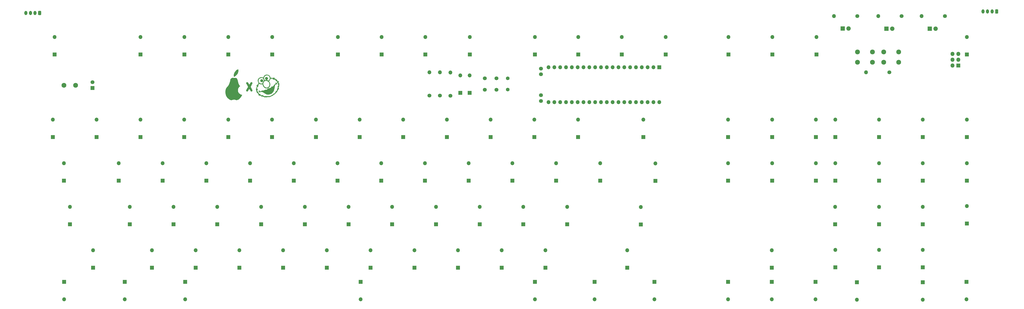
<source format=gts>
G04 #@! TF.GenerationSoftware,KiCad,Pcbnew,5.1.6-c6e7f7d~87~ubuntu18.04.1*
G04 #@! TF.CreationDate,2020-08-05T12:53:25+02:00*
G04 #@! TF.ProjectId,aek2_usb,61656b32-5f75-4736-922e-6b696361645f,rev?*
G04 #@! TF.SameCoordinates,Original*
G04 #@! TF.FileFunction,Soldermask,Top*
G04 #@! TF.FilePolarity,Negative*
%FSLAX46Y46*%
G04 Gerber Fmt 4.6, Leading zero omitted, Abs format (unit mm)*
G04 Created by KiCad (PCBNEW 5.1.6-c6e7f7d~87~ubuntu18.04.1) date 2020-08-05 12:53:25*
%MOMM*%
%LPD*%
G01*
G04 APERTURE LIST*
%ADD10C,0.010000*%
%ADD11O,1.700000X1.700000*%
%ADD12R,1.700000X1.700000*%
%ADD13O,1.300000X1.850000*%
%ADD14C,1.600000*%
%ADD15C,2.100000*%
%ADD16C,1.700000*%
%ADD17C,1.900000*%
%ADD18R,1.900000X1.900000*%
%ADD19O,1.800000X1.800000*%
%ADD20R,1.800000X1.800000*%
G04 APERTURE END LIST*
D10*
G04 #@! TO.C,G\u002A\u002A\u002A*
G36*
X182173993Y-144904901D02*
G01*
X182367148Y-144934722D01*
X182599499Y-144946632D01*
X182901356Y-144941139D01*
X183240350Y-144922841D01*
X183546820Y-144944701D01*
X183797466Y-145058254D01*
X183998562Y-145270918D01*
X184156386Y-145590108D01*
X184277214Y-146023240D01*
X184308771Y-146185335D01*
X184471218Y-146904999D01*
X184685557Y-147523379D01*
X184958590Y-148057920D01*
X185148938Y-148339657D01*
X185297322Y-148538984D01*
X185043377Y-148740112D01*
X184823797Y-148970055D01*
X184619078Y-149290333D01*
X184580841Y-149364950D01*
X184470481Y-149606000D01*
X184407350Y-149805432D01*
X184378817Y-150019743D01*
X184372250Y-150297994D01*
X184380202Y-150590235D01*
X184411237Y-150809254D01*
X184476119Y-151008231D01*
X184547647Y-151164488D01*
X184770781Y-151516958D01*
X185063744Y-151832429D01*
X185392750Y-152078993D01*
X185644038Y-152199929D01*
X185847768Y-152272567D01*
X186015821Y-152332987D01*
X186074148Y-152354237D01*
X186125761Y-152384755D01*
X186137836Y-152441396D01*
X186104663Y-152548665D01*
X186020535Y-152731070D01*
X185956079Y-152861105D01*
X185690252Y-153302977D01*
X185360591Y-153710565D01*
X184994451Y-154054824D01*
X184619187Y-154306706D01*
X184572028Y-154330726D01*
X184188323Y-154490791D01*
X183854157Y-154561390D01*
X183532742Y-154546206D01*
X183231450Y-154464883D01*
X182958063Y-154378426D01*
X182738745Y-154342090D01*
X182523371Y-154355626D01*
X182261818Y-154418786D01*
X182128217Y-154459399D01*
X181852909Y-154538528D01*
X181645258Y-154572306D01*
X181454739Y-154561874D01*
X181230824Y-154508372D01*
X181141623Y-154481652D01*
X180657191Y-154268942D01*
X180220690Y-153952804D01*
X179838503Y-153549820D01*
X179517011Y-153076573D01*
X179262596Y-152549647D01*
X179081640Y-151985623D01*
X178980526Y-151401084D01*
X178965635Y-150812614D01*
X179043349Y-150236795D01*
X179220051Y-149690210D01*
X179262056Y-149597899D01*
X179386912Y-149380005D01*
X179570168Y-149113594D01*
X179781608Y-148841127D01*
X179894664Y-148708899D01*
X180138866Y-148419943D01*
X180342100Y-148140691D01*
X180513464Y-147850185D01*
X180662055Y-147527466D01*
X180796972Y-147151575D01*
X180927313Y-146701553D01*
X181062176Y-146156442D01*
X181128612Y-145866324D01*
X181197377Y-145616735D01*
X181280697Y-145392819D01*
X181353188Y-145255027D01*
X181566312Y-145047816D01*
X181833341Y-144921967D01*
X182112671Y-144895228D01*
X182173993Y-144904901D01*
G37*
X182173993Y-144904901D02*
X182367148Y-144934722D01*
X182599499Y-144946632D01*
X182901356Y-144941139D01*
X183240350Y-144922841D01*
X183546820Y-144944701D01*
X183797466Y-145058254D01*
X183998562Y-145270918D01*
X184156386Y-145590108D01*
X184277214Y-146023240D01*
X184308771Y-146185335D01*
X184471218Y-146904999D01*
X184685557Y-147523379D01*
X184958590Y-148057920D01*
X185148938Y-148339657D01*
X185297322Y-148538984D01*
X185043377Y-148740112D01*
X184823797Y-148970055D01*
X184619078Y-149290333D01*
X184580841Y-149364950D01*
X184470481Y-149606000D01*
X184407350Y-149805432D01*
X184378817Y-150019743D01*
X184372250Y-150297994D01*
X184380202Y-150590235D01*
X184411237Y-150809254D01*
X184476119Y-151008231D01*
X184547647Y-151164488D01*
X184770781Y-151516958D01*
X185063744Y-151832429D01*
X185392750Y-152078993D01*
X185644038Y-152199929D01*
X185847768Y-152272567D01*
X186015821Y-152332987D01*
X186074148Y-152354237D01*
X186125761Y-152384755D01*
X186137836Y-152441396D01*
X186104663Y-152548665D01*
X186020535Y-152731070D01*
X185956079Y-152861105D01*
X185690252Y-153302977D01*
X185360591Y-153710565D01*
X184994451Y-154054824D01*
X184619187Y-154306706D01*
X184572028Y-154330726D01*
X184188323Y-154490791D01*
X183854157Y-154561390D01*
X183532742Y-154546206D01*
X183231450Y-154464883D01*
X182958063Y-154378426D01*
X182738745Y-154342090D01*
X182523371Y-154355626D01*
X182261818Y-154418786D01*
X182128217Y-154459399D01*
X181852909Y-154538528D01*
X181645258Y-154572306D01*
X181454739Y-154561874D01*
X181230824Y-154508372D01*
X181141623Y-154481652D01*
X180657191Y-154268942D01*
X180220690Y-153952804D01*
X179838503Y-153549820D01*
X179517011Y-153076573D01*
X179262596Y-152549647D01*
X179081640Y-151985623D01*
X178980526Y-151401084D01*
X178965635Y-150812614D01*
X179043349Y-150236795D01*
X179220051Y-149690210D01*
X179262056Y-149597899D01*
X179386912Y-149380005D01*
X179570168Y-149113594D01*
X179781608Y-148841127D01*
X179894664Y-148708899D01*
X180138866Y-148419943D01*
X180342100Y-148140691D01*
X180513464Y-147850185D01*
X180662055Y-147527466D01*
X180796972Y-147151575D01*
X180927313Y-146701553D01*
X181062176Y-146156442D01*
X181128612Y-145866324D01*
X181197377Y-145616735D01*
X181280697Y-145392819D01*
X181353188Y-145255027D01*
X181566312Y-145047816D01*
X181833341Y-144921967D01*
X182112671Y-144895228D01*
X182173993Y-144904901D01*
G36*
X184561726Y-141287231D02*
G01*
X184588961Y-141474133D01*
X184593527Y-141672849D01*
X184540175Y-142167983D01*
X184387582Y-142666371D01*
X184150953Y-143144656D01*
X183845492Y-143579484D01*
X183486403Y-143947497D01*
X183088889Y-144225340D01*
X182864161Y-144329450D01*
X182738014Y-144363954D01*
X182677907Y-144319893D01*
X182649866Y-144231448D01*
X182619804Y-143935748D01*
X182649786Y-143572402D01*
X182733004Y-143181743D01*
X182862652Y-142804107D01*
X182907746Y-142703244D01*
X183112527Y-142345936D01*
X183377160Y-141991930D01*
X183673991Y-141671753D01*
X183975363Y-141415930D01*
X184197033Y-141280101D01*
X184380315Y-141204630D01*
X184497029Y-141202202D01*
X184561726Y-141287231D01*
G37*
X184561726Y-141287231D02*
X184588961Y-141474133D01*
X184593527Y-141672849D01*
X184540175Y-142167983D01*
X184387582Y-142666371D01*
X184150953Y-143144656D01*
X183845492Y-143579484D01*
X183486403Y-143947497D01*
X183088889Y-144225340D01*
X182864161Y-144329450D01*
X182738014Y-144363954D01*
X182677907Y-144319893D01*
X182649866Y-144231448D01*
X182619804Y-143935748D01*
X182649786Y-143572402D01*
X182733004Y-143181743D01*
X182862652Y-142804107D01*
X182907746Y-142703244D01*
X183112527Y-142345936D01*
X183377160Y-141991930D01*
X183673991Y-141671753D01*
X183975363Y-141415930D01*
X184197033Y-141280101D01*
X184380315Y-141204630D01*
X184497029Y-141202202D01*
X184561726Y-141287231D01*
G36*
X188570406Y-146824282D02*
G01*
X188668915Y-146873625D01*
X188772084Y-146978775D01*
X188898310Y-147158477D01*
X189065778Y-147431125D01*
X189191055Y-147624839D01*
X189300696Y-147765951D01*
X189372878Y-147826721D01*
X189377472Y-147827312D01*
X189444205Y-147775682D01*
X189548568Y-147640685D01*
X189668479Y-147451040D01*
X189673550Y-147442264D01*
X189803229Y-147227842D01*
X189925607Y-147043535D01*
X190009399Y-146934952D01*
X190179630Y-146829277D01*
X190369191Y-146821445D01*
X190541377Y-146897603D01*
X190659485Y-147043892D01*
X190690500Y-147192075D01*
X190660496Y-147303257D01*
X190578793Y-147496840D01*
X190457855Y-147745625D01*
X190310145Y-148022412D01*
X190309500Y-148023569D01*
X190162562Y-148294870D01*
X190041933Y-148532128D01*
X189959845Y-148710247D01*
X189928527Y-148804133D01*
X189928500Y-148805362D01*
X189958084Y-148896412D01*
X190038702Y-149072505D01*
X190158153Y-149308543D01*
X190304235Y-149579431D01*
X190309059Y-149588117D01*
X190456582Y-149864680D01*
X190577539Y-150112697D01*
X190659506Y-150305181D01*
X190690056Y-150415144D01*
X190690059Y-150415625D01*
X190634927Y-150590162D01*
X190497933Y-150736269D01*
X190323290Y-150810216D01*
X190288818Y-150812500D01*
X190161565Y-150781889D01*
X190031377Y-150680438D01*
X189885340Y-150493712D01*
X189710543Y-150207281D01*
X189649672Y-150098125D01*
X189531198Y-149894544D01*
X189430488Y-149743334D01*
X189366077Y-149671831D01*
X189359034Y-149669500D01*
X189306793Y-149721708D01*
X189211671Y-149862001D01*
X189089562Y-150065883D01*
X189013370Y-150202272D01*
X188877090Y-150437646D01*
X188751521Y-150628728D01*
X188655223Y-150748412D01*
X188622034Y-150773772D01*
X188407197Y-150807873D01*
X188222597Y-150723128D01*
X188161568Y-150665532D01*
X188063433Y-150529172D01*
X188023500Y-150411629D01*
X188053316Y-150318542D01*
X188134894Y-150139674D01*
X188256424Y-149899187D01*
X188406098Y-149621243D01*
X188436250Y-149567075D01*
X188588566Y-149292920D01*
X188715527Y-149060685D01*
X188805644Y-148891663D01*
X188847432Y-148807148D01*
X188849000Y-148801948D01*
X188819970Y-148739333D01*
X188740432Y-148587034D01*
X188621717Y-148366300D01*
X188475153Y-148098375D01*
X188436250Y-148027887D01*
X188283278Y-147743493D01*
X188155951Y-147492092D01*
X188065917Y-147297788D01*
X188024822Y-147184687D01*
X188023500Y-147173667D01*
X188079333Y-147022329D01*
X188218005Y-146891718D01*
X188396275Y-146817815D01*
X188458158Y-146812000D01*
X188570406Y-146824282D01*
G37*
X188570406Y-146824282D02*
X188668915Y-146873625D01*
X188772084Y-146978775D01*
X188898310Y-147158477D01*
X189065778Y-147431125D01*
X189191055Y-147624839D01*
X189300696Y-147765951D01*
X189372878Y-147826721D01*
X189377472Y-147827312D01*
X189444205Y-147775682D01*
X189548568Y-147640685D01*
X189668479Y-147451040D01*
X189673550Y-147442264D01*
X189803229Y-147227842D01*
X189925607Y-147043535D01*
X190009399Y-146934952D01*
X190179630Y-146829277D01*
X190369191Y-146821445D01*
X190541377Y-146897603D01*
X190659485Y-147043892D01*
X190690500Y-147192075D01*
X190660496Y-147303257D01*
X190578793Y-147496840D01*
X190457855Y-147745625D01*
X190310145Y-148022412D01*
X190309500Y-148023569D01*
X190162562Y-148294870D01*
X190041933Y-148532128D01*
X189959845Y-148710247D01*
X189928527Y-148804133D01*
X189928500Y-148805362D01*
X189958084Y-148896412D01*
X190038702Y-149072505D01*
X190158153Y-149308543D01*
X190304235Y-149579431D01*
X190309059Y-149588117D01*
X190456582Y-149864680D01*
X190577539Y-150112697D01*
X190659506Y-150305181D01*
X190690056Y-150415144D01*
X190690059Y-150415625D01*
X190634927Y-150590162D01*
X190497933Y-150736269D01*
X190323290Y-150810216D01*
X190288818Y-150812500D01*
X190161565Y-150781889D01*
X190031377Y-150680438D01*
X189885340Y-150493712D01*
X189710543Y-150207281D01*
X189649672Y-150098125D01*
X189531198Y-149894544D01*
X189430488Y-149743334D01*
X189366077Y-149671831D01*
X189359034Y-149669500D01*
X189306793Y-149721708D01*
X189211671Y-149862001D01*
X189089562Y-150065883D01*
X189013370Y-150202272D01*
X188877090Y-150437646D01*
X188751521Y-150628728D01*
X188655223Y-150748412D01*
X188622034Y-150773772D01*
X188407197Y-150807873D01*
X188222597Y-150723128D01*
X188161568Y-150665532D01*
X188063433Y-150529172D01*
X188023500Y-150411629D01*
X188053316Y-150318542D01*
X188134894Y-150139674D01*
X188256424Y-149899187D01*
X188406098Y-149621243D01*
X188436250Y-149567075D01*
X188588566Y-149292920D01*
X188715527Y-149060685D01*
X188805644Y-148891663D01*
X188847432Y-148807148D01*
X188849000Y-148801948D01*
X188819970Y-148739333D01*
X188740432Y-148587034D01*
X188621717Y-148366300D01*
X188475153Y-148098375D01*
X188436250Y-148027887D01*
X188283278Y-147743493D01*
X188155951Y-147492092D01*
X188065917Y-147297788D01*
X188024822Y-147184687D01*
X188023500Y-147173667D01*
X188079333Y-147022329D01*
X188218005Y-146891718D01*
X188396275Y-146817815D01*
X188458158Y-146812000D01*
X188570406Y-146824282D01*
G36*
X201032864Y-146968167D02*
G01*
X201151502Y-147051809D01*
X201277192Y-147207265D01*
X201385599Y-147393220D01*
X201452387Y-147568354D01*
X201455588Y-147685908D01*
X201417276Y-147746475D01*
X201359420Y-147725055D01*
X201258595Y-147618084D01*
X201161212Y-147522959D01*
X201107915Y-147504868D01*
X201104500Y-147517057D01*
X201060704Y-147597765D01*
X200946769Y-147730304D01*
X200812356Y-147862414D01*
X200520213Y-148130630D01*
X200372463Y-149019048D01*
X200293991Y-149477994D01*
X200226491Y-149835144D01*
X200163477Y-150114495D01*
X200098460Y-150340045D01*
X200024953Y-150535791D01*
X199936467Y-150725730D01*
X199883262Y-150828508D01*
X199576983Y-151275499D01*
X199183293Y-151637150D01*
X198715609Y-151905341D01*
X198187350Y-152071951D01*
X197739000Y-152126288D01*
X197414744Y-152130480D01*
X197165403Y-152107466D01*
X196940680Y-152051257D01*
X196854042Y-152020976D01*
X196671558Y-151940407D01*
X196412674Y-151808942D01*
X196108566Y-151643184D01*
X195790409Y-151459734D01*
X195711042Y-151412277D01*
X195382940Y-151218030D01*
X195142510Y-151085443D01*
X194971453Y-151006187D01*
X194851467Y-150971931D01*
X194764252Y-150974346D01*
X194754500Y-150976881D01*
X194601969Y-151003478D01*
X194381680Y-151022735D01*
X194230595Y-151028543D01*
X194002432Y-151043318D01*
X193886693Y-151080003D01*
X193865470Y-151118781D01*
X193815535Y-151179223D01*
X193754375Y-151181413D01*
X193662081Y-151107779D01*
X193579315Y-150952041D01*
X193521952Y-150758939D01*
X193505867Y-150573210D01*
X193515331Y-150507800D01*
X193584127Y-150400861D01*
X193680779Y-150383620D01*
X193755940Y-150452239D01*
X193770250Y-150527619D01*
X193827877Y-150667363D01*
X193979916Y-150768354D01*
X194195103Y-150810127D01*
X194202028Y-150810249D01*
X194433678Y-150766426D01*
X194705738Y-150641619D01*
X194937688Y-150486021D01*
X195093505Y-150386545D01*
X195177035Y-150384982D01*
X195183978Y-150481172D01*
X195180600Y-150495000D01*
X195183868Y-150598994D01*
X195263187Y-150613453D01*
X195405797Y-150539627D01*
X195504919Y-150463250D01*
X195666837Y-150347442D01*
X195777848Y-150307808D01*
X195820852Y-150347427D01*
X195807590Y-150408731D01*
X195791058Y-150477354D01*
X195843806Y-150455527D01*
X195880171Y-150429226D01*
X196002955Y-150320815D01*
X196132166Y-150185413D01*
X196237891Y-150080887D01*
X196326294Y-150064927D01*
X196434810Y-150112694D01*
X196592676Y-150154887D01*
X196776736Y-150115948D01*
X197003954Y-149989112D01*
X197283167Y-149774423D01*
X197484053Y-149632185D01*
X197692671Y-149523427D01*
X197791167Y-149489849D01*
X198147809Y-149404088D01*
X198405742Y-149336943D01*
X198590414Y-149280307D01*
X198727272Y-149226077D01*
X198841765Y-149166146D01*
X198880202Y-149142979D01*
X199011294Y-149053012D01*
X199038490Y-149003538D01*
X198989500Y-148982396D01*
X198887438Y-148932237D01*
X198885930Y-148858744D01*
X198967725Y-148786034D01*
X199115574Y-148738221D01*
X199168278Y-148732460D01*
X199473276Y-148706720D01*
X199668299Y-148672975D01*
X199770339Y-148625942D01*
X199796392Y-148560338D01*
X199792515Y-148538417D01*
X199812624Y-148440674D01*
X199937985Y-148345257D01*
X199998694Y-148314442D01*
X200144994Y-148231155D01*
X200183396Y-148165954D01*
X200161294Y-148129394D01*
X200102696Y-148051959D01*
X200114431Y-147983251D01*
X200211518Y-147902392D01*
X200404926Y-147790705D01*
X200674328Y-147614361D01*
X200834650Y-147441107D01*
X200879602Y-147279100D01*
X200856818Y-147204806D01*
X200827454Y-147062031D01*
X200892505Y-146971767D01*
X201027734Y-146966591D01*
X201032864Y-146968167D01*
G37*
X201032864Y-146968167D02*
X201151502Y-147051809D01*
X201277192Y-147207265D01*
X201385599Y-147393220D01*
X201452387Y-147568354D01*
X201455588Y-147685908D01*
X201417276Y-147746475D01*
X201359420Y-147725055D01*
X201258595Y-147618084D01*
X201161212Y-147522959D01*
X201107915Y-147504868D01*
X201104500Y-147517057D01*
X201060704Y-147597765D01*
X200946769Y-147730304D01*
X200812356Y-147862414D01*
X200520213Y-148130630D01*
X200372463Y-149019048D01*
X200293991Y-149477994D01*
X200226491Y-149835144D01*
X200163477Y-150114495D01*
X200098460Y-150340045D01*
X200024953Y-150535791D01*
X199936467Y-150725730D01*
X199883262Y-150828508D01*
X199576983Y-151275499D01*
X199183293Y-151637150D01*
X198715609Y-151905341D01*
X198187350Y-152071951D01*
X197739000Y-152126288D01*
X197414744Y-152130480D01*
X197165403Y-152107466D01*
X196940680Y-152051257D01*
X196854042Y-152020976D01*
X196671558Y-151940407D01*
X196412674Y-151808942D01*
X196108566Y-151643184D01*
X195790409Y-151459734D01*
X195711042Y-151412277D01*
X195382940Y-151218030D01*
X195142510Y-151085443D01*
X194971453Y-151006187D01*
X194851467Y-150971931D01*
X194764252Y-150974346D01*
X194754500Y-150976881D01*
X194601969Y-151003478D01*
X194381680Y-151022735D01*
X194230595Y-151028543D01*
X194002432Y-151043318D01*
X193886693Y-151080003D01*
X193865470Y-151118781D01*
X193815535Y-151179223D01*
X193754375Y-151181413D01*
X193662081Y-151107779D01*
X193579315Y-150952041D01*
X193521952Y-150758939D01*
X193505867Y-150573210D01*
X193515331Y-150507800D01*
X193584127Y-150400861D01*
X193680779Y-150383620D01*
X193755940Y-150452239D01*
X193770250Y-150527619D01*
X193827877Y-150667363D01*
X193979916Y-150768354D01*
X194195103Y-150810127D01*
X194202028Y-150810249D01*
X194433678Y-150766426D01*
X194705738Y-150641619D01*
X194937688Y-150486021D01*
X195093505Y-150386545D01*
X195177035Y-150384982D01*
X195183978Y-150481172D01*
X195180600Y-150495000D01*
X195183868Y-150598994D01*
X195263187Y-150613453D01*
X195405797Y-150539627D01*
X195504919Y-150463250D01*
X195666837Y-150347442D01*
X195777848Y-150307808D01*
X195820852Y-150347427D01*
X195807590Y-150408731D01*
X195791058Y-150477354D01*
X195843806Y-150455527D01*
X195880171Y-150429226D01*
X196002955Y-150320815D01*
X196132166Y-150185413D01*
X196237891Y-150080887D01*
X196326294Y-150064927D01*
X196434810Y-150112694D01*
X196592676Y-150154887D01*
X196776736Y-150115948D01*
X197003954Y-149989112D01*
X197283167Y-149774423D01*
X197484053Y-149632185D01*
X197692671Y-149523427D01*
X197791167Y-149489849D01*
X198147809Y-149404088D01*
X198405742Y-149336943D01*
X198590414Y-149280307D01*
X198727272Y-149226077D01*
X198841765Y-149166146D01*
X198880202Y-149142979D01*
X199011294Y-149053012D01*
X199038490Y-149003538D01*
X198989500Y-148982396D01*
X198887438Y-148932237D01*
X198885930Y-148858744D01*
X198967725Y-148786034D01*
X199115574Y-148738221D01*
X199168278Y-148732460D01*
X199473276Y-148706720D01*
X199668299Y-148672975D01*
X199770339Y-148625942D01*
X199796392Y-148560338D01*
X199792515Y-148538417D01*
X199812624Y-148440674D01*
X199937985Y-148345257D01*
X199998694Y-148314442D01*
X200144994Y-148231155D01*
X200183396Y-148165954D01*
X200161294Y-148129394D01*
X200102696Y-148051959D01*
X200114431Y-147983251D01*
X200211518Y-147902392D01*
X200404926Y-147790705D01*
X200674328Y-147614361D01*
X200834650Y-147441107D01*
X200879602Y-147279100D01*
X200856818Y-147204806D01*
X200827454Y-147062031D01*
X200892505Y-146971767D01*
X201027734Y-146966591D01*
X201032864Y-146968167D01*
G36*
X197472122Y-143559165D02*
G01*
X197849292Y-143721437D01*
X198057908Y-143870179D01*
X198199817Y-144026545D01*
X198344552Y-144243787D01*
X198468383Y-144478816D01*
X198547579Y-144688544D01*
X198563879Y-144788934D01*
X198622448Y-144853461D01*
X198777965Y-144900083D01*
X199001451Y-144927370D01*
X199263929Y-144933890D01*
X199536420Y-144918211D01*
X199789944Y-144878900D01*
X199886276Y-144854267D01*
X200116255Y-144800885D01*
X200254376Y-144816787D01*
X200322247Y-144914216D01*
X200341479Y-145105412D01*
X200341527Y-145112165D01*
X200370753Y-145248745D01*
X200481064Y-145314241D01*
X200517125Y-145322944D01*
X200839792Y-145415212D01*
X201114593Y-145537770D01*
X201322478Y-145677652D01*
X201444396Y-145821892D01*
X201461298Y-145957525D01*
X201458996Y-145963974D01*
X201482928Y-146059751D01*
X201592806Y-146171610D01*
X201754986Y-146272900D01*
X201927677Y-146335239D01*
X202095202Y-146410396D01*
X202150144Y-146540126D01*
X202093755Y-146728569D01*
X202063278Y-146783868D01*
X201989729Y-146925396D01*
X201986942Y-146997810D01*
X202030442Y-147027455D01*
X202112699Y-147097478D01*
X202228740Y-147241033D01*
X202313723Y-147365700D01*
X202420673Y-147539232D01*
X202464549Y-147640811D01*
X202451273Y-147705105D01*
X202386766Y-147766786D01*
X202382782Y-147770033D01*
X202299005Y-147881769D01*
X202315763Y-147960533D01*
X202359222Y-148104323D01*
X202363771Y-148305683D01*
X202336371Y-148528755D01*
X202283981Y-148737681D01*
X202213561Y-148896603D01*
X202132069Y-148969662D01*
X202119647Y-148971000D01*
X202065591Y-149022050D01*
X202058715Y-149148381D01*
X202093420Y-149309761D01*
X202164102Y-149465957D01*
X202194680Y-149509905D01*
X202282626Y-149681616D01*
X202251929Y-149812554D01*
X202106935Y-149893611D01*
X202002971Y-149911648D01*
X201861538Y-149943133D01*
X201807825Y-150022597D01*
X201801605Y-150102148D01*
X201774347Y-150265459D01*
X201707627Y-150471429D01*
X201676814Y-150544624D01*
X201554061Y-150761755D01*
X201371349Y-151019156D01*
X201148646Y-151295056D01*
X200905921Y-151567684D01*
X200663141Y-151815270D01*
X200440275Y-152016044D01*
X200257291Y-152148235D01*
X200170668Y-152186707D01*
X200022717Y-152254905D01*
X199854261Y-152373988D01*
X199820390Y-152403541D01*
X199653436Y-152529347D01*
X199488768Y-152613844D01*
X199460253Y-152622567D01*
X199311145Y-152681605D01*
X199116150Y-152785911D01*
X199010245Y-152851891D01*
X198690927Y-153023590D01*
X198342244Y-153147005D01*
X198009140Y-153209021D01*
X197793437Y-153206937D01*
X197627919Y-153200053D01*
X197522437Y-153223932D01*
X197511044Y-153234731D01*
X197432910Y-153265451D01*
X197264766Y-153287019D01*
X197050657Y-153294652D01*
X196776108Y-153298863D01*
X196504245Y-153310502D01*
X196342000Y-153322678D01*
X195990613Y-153303435D01*
X195802250Y-153246042D01*
X195614013Y-153161065D01*
X195460443Y-153080247D01*
X195432506Y-153062740D01*
X195285650Y-153016668D01*
X195086432Y-153015770D01*
X195077716Y-153016886D01*
X194778519Y-152994566D01*
X194469377Y-152854476D01*
X194236025Y-152671794D01*
X194110291Y-152570418D01*
X193999719Y-152547490D01*
X193840391Y-152588308D01*
X193653373Y-152634665D01*
X193545630Y-152604190D01*
X193485586Y-152477391D01*
X193460472Y-152353782D01*
X193396778Y-152140050D01*
X193285811Y-151909706D01*
X193148244Y-151693594D01*
X193004753Y-151522559D01*
X192876014Y-151427444D01*
X192832910Y-151417559D01*
X192736535Y-151390048D01*
X192659189Y-151292217D01*
X192579760Y-151098250D01*
X192515731Y-150843515D01*
X192484476Y-150573764D01*
X192484510Y-150478325D01*
X192485104Y-150286314D01*
X192453926Y-150184510D01*
X192381617Y-150138289D01*
X192300577Y-150050962D01*
X192288052Y-149871430D01*
X192323519Y-149701250D01*
X192598323Y-149701250D01*
X192606444Y-149788737D01*
X192646635Y-149764659D01*
X192683894Y-149717125D01*
X192799920Y-149626437D01*
X192879582Y-149606000D01*
X192927655Y-149606539D01*
X192956936Y-149622011D01*
X192966581Y-149673193D01*
X192955744Y-149780865D01*
X192923579Y-149965806D01*
X192869240Y-150248795D01*
X192849219Y-150352140D01*
X192814880Y-150576783D01*
X192802842Y-150761675D01*
X192812709Y-150854012D01*
X192851632Y-150921067D01*
X192904057Y-150886923D01*
X192941305Y-150838221D01*
X193033680Y-150761433D01*
X193104671Y-150807823D01*
X193150527Y-150974800D01*
X193151735Y-150983575D01*
X193228623Y-151240875D01*
X193387036Y-151539617D01*
X193522537Y-151735147D01*
X193639198Y-151908796D01*
X193726504Y-152072698D01*
X193731350Y-152084397D01*
X193776837Y-152189241D01*
X193793892Y-152179769D01*
X193797974Y-152102122D01*
X193829733Y-151960692D01*
X193911664Y-151934843D01*
X194041034Y-152024702D01*
X194101155Y-152088182D01*
X194247729Y-152236885D01*
X194429704Y-152397907D01*
X194616833Y-152547343D01*
X194778864Y-152661284D01*
X194885549Y-152715823D01*
X194897425Y-152717500D01*
X194932957Y-152671308D01*
X194923818Y-152626892D01*
X194936800Y-152514773D01*
X194979011Y-152461623D01*
X195052314Y-152434240D01*
X195158375Y-152468560D01*
X195324361Y-152575004D01*
X195380515Y-152615654D01*
X195590497Y-152758855D01*
X195797365Y-152882587D01*
X195905904Y-152937188D01*
X196075442Y-153000140D01*
X196206937Y-153030685D01*
X196270851Y-153024121D01*
X196257884Y-152993217D01*
X196255258Y-152916481D01*
X196282827Y-152871035D01*
X196353766Y-152825993D01*
X196468515Y-152843776D01*
X196565950Y-152881052D01*
X196725956Y-152916882D01*
X196978763Y-152939113D01*
X197290963Y-152948305D01*
X197629146Y-152945016D01*
X197959906Y-152929805D01*
X198249834Y-152903232D01*
X198465522Y-152865855D01*
X198522708Y-152848317D01*
X198668341Y-152775506D01*
X198868863Y-152653807D01*
X199056812Y-152526394D01*
X199251672Y-152397741D01*
X199418823Y-152306536D01*
X199519687Y-152273000D01*
X199616853Y-152226654D01*
X199754583Y-152106888D01*
X199864113Y-151985710D01*
X200019670Y-151813964D01*
X200141657Y-151730756D01*
X200261109Y-151715284D01*
X200266808Y-151715835D01*
X200377432Y-151706777D01*
X200478428Y-151638106D01*
X200599471Y-151486713D01*
X200643729Y-151422303D01*
X200776162Y-151194565D01*
X200884191Y-150954328D01*
X200922971Y-150834928D01*
X200984889Y-150661127D01*
X201055942Y-150566569D01*
X201080288Y-150558500D01*
X201159836Y-150595325D01*
X201168000Y-150622000D01*
X201216751Y-150683142D01*
X201234740Y-150685500D01*
X201313266Y-150627429D01*
X201387241Y-150474685D01*
X201446491Y-150259472D01*
X201480840Y-150013991D01*
X201485500Y-149891796D01*
X201507457Y-149651147D01*
X201568407Y-149508622D01*
X201660968Y-149473969D01*
X201756468Y-149534068D01*
X201853873Y-149604856D01*
X201888710Y-149573610D01*
X201852974Y-149452977D01*
X201833295Y-149412687D01*
X201760681Y-149156198D01*
X201752290Y-148857062D01*
X201768501Y-148649877D01*
X201798813Y-148537549D01*
X201857396Y-148487935D01*
X201921382Y-148473507D01*
X202016309Y-148447077D01*
X202049231Y-148379120D01*
X202036048Y-148230934D01*
X202031896Y-148204506D01*
X201974952Y-147971290D01*
X201891111Y-147744766D01*
X201886258Y-147734421D01*
X201822505Y-147554722D01*
X201840323Y-147463176D01*
X201936224Y-147466132D01*
X202012262Y-147504971D01*
X202082360Y-147540245D01*
X202067730Y-147505063D01*
X201970165Y-147396056D01*
X201805388Y-147250075D01*
X201633227Y-147139313D01*
X201605040Y-147126409D01*
X201458357Y-147031088D01*
X201435927Y-146928554D01*
X201537394Y-146834335D01*
X201612500Y-146802484D01*
X201763431Y-146731167D01*
X201787845Y-146663590D01*
X201685955Y-146595244D01*
X201623457Y-146571334D01*
X201455018Y-146484719D01*
X201278960Y-146355046D01*
X201258332Y-146336480D01*
X201085570Y-146195514D01*
X200910699Y-146080547D01*
X200894075Y-146071632D01*
X200769473Y-145975493D01*
X200750938Y-145890555D01*
X200835341Y-145844285D01*
X200919902Y-145844739D01*
X201019705Y-145852815D01*
X201015954Y-145832484D01*
X200905036Y-145767046D01*
X200902833Y-145765803D01*
X200765834Y-145715796D01*
X200540753Y-145661978D01*
X200265912Y-145612845D01*
X200122828Y-145592821D01*
X199833470Y-145552377D01*
X199651243Y-145515458D01*
X199556619Y-145476286D01*
X199530070Y-145429081D01*
X199531287Y-145417758D01*
X199603033Y-145339338D01*
X199739792Y-145298988D01*
X199915767Y-145272320D01*
X199971923Y-145245671D01*
X199915431Y-145220952D01*
X199753458Y-145200075D01*
X199493173Y-145184949D01*
X199291116Y-145179398D01*
X198977000Y-145175333D01*
X198768570Y-145178804D01*
X198644597Y-145192695D01*
X198583855Y-145219886D01*
X198565113Y-145263262D01*
X198564500Y-145278055D01*
X198527604Y-145438603D01*
X198432881Y-145653585D01*
X198304273Y-145880266D01*
X198165723Y-146075906D01*
X198054380Y-146188607D01*
X197876748Y-146319937D01*
X198058293Y-146570553D01*
X198286551Y-146984773D01*
X198423885Y-147454116D01*
X198458454Y-147860126D01*
X198397278Y-148300545D01*
X198238024Y-148688971D01*
X197996256Y-149012846D01*
X197687536Y-149259613D01*
X197327428Y-149416715D01*
X196931494Y-149471592D01*
X196530307Y-149415939D01*
X196123703Y-149239272D01*
X195765846Y-148957493D01*
X195473281Y-148588341D01*
X195262552Y-148149553D01*
X195218441Y-148009419D01*
X195118456Y-147651088D01*
X194761853Y-147682671D01*
X194460541Y-147684716D01*
X194178484Y-147622536D01*
X194056000Y-147578369D01*
X194000809Y-147556895D01*
X195426840Y-147556895D01*
X195494361Y-147950522D01*
X195647831Y-148324473D01*
X195876586Y-148656488D01*
X196169961Y-148924308D01*
X196517293Y-149105673D01*
X196723000Y-149159732D01*
X197012854Y-149173341D01*
X197310415Y-149128146D01*
X197516750Y-149051082D01*
X197810687Y-148822761D01*
X198022650Y-148515391D01*
X198147485Y-148151055D01*
X198180038Y-147751836D01*
X198115155Y-147339817D01*
X197991077Y-147018712D01*
X197751091Y-146650011D01*
X197458338Y-146376382D01*
X197130437Y-146199433D01*
X196785011Y-146120775D01*
X196439678Y-146142016D01*
X196112061Y-146264766D01*
X195819779Y-146490633D01*
X195592304Y-146799649D01*
X195455933Y-147165851D01*
X195426840Y-147556895D01*
X194000809Y-147556895D01*
X193706750Y-147442483D01*
X193344106Y-147841616D01*
X193155834Y-148061576D01*
X193060468Y-148203947D01*
X193058634Y-148266808D01*
X193150959Y-148248239D01*
X193223125Y-148212946D01*
X193345518Y-148173158D01*
X193388905Y-148218175D01*
X193354236Y-148334133D01*
X193242460Y-148507163D01*
X193199241Y-148561797D01*
X193035455Y-148785262D01*
X192876118Y-149042634D01*
X192738620Y-149300939D01*
X192640350Y-149527203D01*
X192598698Y-149688452D01*
X192598323Y-149701250D01*
X192323519Y-149701250D01*
X192341908Y-149613021D01*
X192460007Y-149289062D01*
X192549246Y-149092585D01*
X192774510Y-148625664D01*
X192622116Y-148484431D01*
X192515144Y-148339454D01*
X192531913Y-148211157D01*
X192673959Y-148091483D01*
X192699734Y-148077191D01*
X192820525Y-147986974D01*
X192986716Y-147830756D01*
X193163739Y-147641196D01*
X193175424Y-147627775D01*
X193490114Y-147264524D01*
X193284900Y-146900906D01*
X193120382Y-146493160D01*
X193079967Y-146133271D01*
X193344242Y-146133271D01*
X193369538Y-146453323D01*
X193450615Y-146706123D01*
X193606686Y-146946041D01*
X193650251Y-146999240D01*
X193943124Y-147253381D01*
X194296973Y-147401329D01*
X194695948Y-147438023D01*
X194931229Y-147408479D01*
X195056593Y-147365931D01*
X195132836Y-147277017D01*
X195190798Y-147103709D01*
X195196496Y-147081387D01*
X195310218Y-146730955D01*
X195465845Y-146455505D01*
X195646386Y-146247382D01*
X195843481Y-146050287D01*
X195674525Y-145685018D01*
X195577714Y-145477302D01*
X195497130Y-145307200D01*
X195456706Y-145224500D01*
X195317421Y-145075160D01*
X195263798Y-145047835D01*
X195771544Y-145047835D01*
X195799747Y-145309660D01*
X195873165Y-145550415D01*
X195977468Y-145741670D01*
X196098325Y-145854998D01*
X196187198Y-145872435D01*
X196619045Y-145844292D01*
X197020963Y-145889447D01*
X197342304Y-145998261D01*
X197559434Y-146090830D01*
X197717038Y-146101486D01*
X197857194Y-146024506D01*
X197969697Y-145912955D01*
X198176386Y-145629313D01*
X198282053Y-145325993D01*
X198300323Y-144962324D01*
X198298531Y-144931182D01*
X198270537Y-144676422D01*
X198213547Y-144493793D01*
X198109029Y-144328858D01*
X198081715Y-144294345D01*
X197845122Y-144037787D01*
X197618003Y-143878946D01*
X197365522Y-143796518D01*
X197239297Y-143779146D01*
X196864642Y-143771484D01*
X196564553Y-143836632D01*
X196303208Y-143984601D01*
X196201503Y-144069213D01*
X195958750Y-144337780D01*
X195821630Y-144626289D01*
X195772429Y-144975064D01*
X195771544Y-145047835D01*
X195263798Y-145047835D01*
X195088430Y-144958473D01*
X194805807Y-144889533D01*
X194627125Y-144877366D01*
X194242071Y-144934472D01*
X193903795Y-145094082D01*
X193630234Y-145338639D01*
X193439323Y-145650582D01*
X193349000Y-146012353D01*
X193344242Y-146133271D01*
X193079967Y-146133271D01*
X193074087Y-146080914D01*
X193141169Y-145683319D01*
X193316784Y-145319525D01*
X193596086Y-145008683D01*
X193800789Y-144861953D01*
X194179899Y-144683977D01*
X194560845Y-144616640D01*
X194964671Y-144659348D01*
X195412420Y-144811508D01*
X195423081Y-144816150D01*
X195477492Y-144778789D01*
X195541580Y-144651552D01*
X195571504Y-144563309D01*
X195742264Y-144189178D01*
X195998859Y-143890109D01*
X196320716Y-143671839D01*
X196687261Y-143540101D01*
X197077921Y-143500631D01*
X197472122Y-143559165D01*
G37*
X197472122Y-143559165D02*
X197849292Y-143721437D01*
X198057908Y-143870179D01*
X198199817Y-144026545D01*
X198344552Y-144243787D01*
X198468383Y-144478816D01*
X198547579Y-144688544D01*
X198563879Y-144788934D01*
X198622448Y-144853461D01*
X198777965Y-144900083D01*
X199001451Y-144927370D01*
X199263929Y-144933890D01*
X199536420Y-144918211D01*
X199789944Y-144878900D01*
X199886276Y-144854267D01*
X200116255Y-144800885D01*
X200254376Y-144816787D01*
X200322247Y-144914216D01*
X200341479Y-145105412D01*
X200341527Y-145112165D01*
X200370753Y-145248745D01*
X200481064Y-145314241D01*
X200517125Y-145322944D01*
X200839792Y-145415212D01*
X201114593Y-145537770D01*
X201322478Y-145677652D01*
X201444396Y-145821892D01*
X201461298Y-145957525D01*
X201458996Y-145963974D01*
X201482928Y-146059751D01*
X201592806Y-146171610D01*
X201754986Y-146272900D01*
X201927677Y-146335239D01*
X202095202Y-146410396D01*
X202150144Y-146540126D01*
X202093755Y-146728569D01*
X202063278Y-146783868D01*
X201989729Y-146925396D01*
X201986942Y-146997810D01*
X202030442Y-147027455D01*
X202112699Y-147097478D01*
X202228740Y-147241033D01*
X202313723Y-147365700D01*
X202420673Y-147539232D01*
X202464549Y-147640811D01*
X202451273Y-147705105D01*
X202386766Y-147766786D01*
X202382782Y-147770033D01*
X202299005Y-147881769D01*
X202315763Y-147960533D01*
X202359222Y-148104323D01*
X202363771Y-148305683D01*
X202336371Y-148528755D01*
X202283981Y-148737681D01*
X202213561Y-148896603D01*
X202132069Y-148969662D01*
X202119647Y-148971000D01*
X202065591Y-149022050D01*
X202058715Y-149148381D01*
X202093420Y-149309761D01*
X202164102Y-149465957D01*
X202194680Y-149509905D01*
X202282626Y-149681616D01*
X202251929Y-149812554D01*
X202106935Y-149893611D01*
X202002971Y-149911648D01*
X201861538Y-149943133D01*
X201807825Y-150022597D01*
X201801605Y-150102148D01*
X201774347Y-150265459D01*
X201707627Y-150471429D01*
X201676814Y-150544624D01*
X201554061Y-150761755D01*
X201371349Y-151019156D01*
X201148646Y-151295056D01*
X200905921Y-151567684D01*
X200663141Y-151815270D01*
X200440275Y-152016044D01*
X200257291Y-152148235D01*
X200170668Y-152186707D01*
X200022717Y-152254905D01*
X199854261Y-152373988D01*
X199820390Y-152403541D01*
X199653436Y-152529347D01*
X199488768Y-152613844D01*
X199460253Y-152622567D01*
X199311145Y-152681605D01*
X199116150Y-152785911D01*
X199010245Y-152851891D01*
X198690927Y-153023590D01*
X198342244Y-153147005D01*
X198009140Y-153209021D01*
X197793437Y-153206937D01*
X197627919Y-153200053D01*
X197522437Y-153223932D01*
X197511044Y-153234731D01*
X197432910Y-153265451D01*
X197264766Y-153287019D01*
X197050657Y-153294652D01*
X196776108Y-153298863D01*
X196504245Y-153310502D01*
X196342000Y-153322678D01*
X195990613Y-153303435D01*
X195802250Y-153246042D01*
X195614013Y-153161065D01*
X195460443Y-153080247D01*
X195432506Y-153062740D01*
X195285650Y-153016668D01*
X195086432Y-153015770D01*
X195077716Y-153016886D01*
X194778519Y-152994566D01*
X194469377Y-152854476D01*
X194236025Y-152671794D01*
X194110291Y-152570418D01*
X193999719Y-152547490D01*
X193840391Y-152588308D01*
X193653373Y-152634665D01*
X193545630Y-152604190D01*
X193485586Y-152477391D01*
X193460472Y-152353782D01*
X193396778Y-152140050D01*
X193285811Y-151909706D01*
X193148244Y-151693594D01*
X193004753Y-151522559D01*
X192876014Y-151427444D01*
X192832910Y-151417559D01*
X192736535Y-151390048D01*
X192659189Y-151292217D01*
X192579760Y-151098250D01*
X192515731Y-150843515D01*
X192484476Y-150573764D01*
X192484510Y-150478325D01*
X192485104Y-150286314D01*
X192453926Y-150184510D01*
X192381617Y-150138289D01*
X192300577Y-150050962D01*
X192288052Y-149871430D01*
X192323519Y-149701250D01*
X192598323Y-149701250D01*
X192606444Y-149788737D01*
X192646635Y-149764659D01*
X192683894Y-149717125D01*
X192799920Y-149626437D01*
X192879582Y-149606000D01*
X192927655Y-149606539D01*
X192956936Y-149622011D01*
X192966581Y-149673193D01*
X192955744Y-149780865D01*
X192923579Y-149965806D01*
X192869240Y-150248795D01*
X192849219Y-150352140D01*
X192814880Y-150576783D01*
X192802842Y-150761675D01*
X192812709Y-150854012D01*
X192851632Y-150921067D01*
X192904057Y-150886923D01*
X192941305Y-150838221D01*
X193033680Y-150761433D01*
X193104671Y-150807823D01*
X193150527Y-150974800D01*
X193151735Y-150983575D01*
X193228623Y-151240875D01*
X193387036Y-151539617D01*
X193522537Y-151735147D01*
X193639198Y-151908796D01*
X193726504Y-152072698D01*
X193731350Y-152084397D01*
X193776837Y-152189241D01*
X193793892Y-152179769D01*
X193797974Y-152102122D01*
X193829733Y-151960692D01*
X193911664Y-151934843D01*
X194041034Y-152024702D01*
X194101155Y-152088182D01*
X194247729Y-152236885D01*
X194429704Y-152397907D01*
X194616833Y-152547343D01*
X194778864Y-152661284D01*
X194885549Y-152715823D01*
X194897425Y-152717500D01*
X194932957Y-152671308D01*
X194923818Y-152626892D01*
X194936800Y-152514773D01*
X194979011Y-152461623D01*
X195052314Y-152434240D01*
X195158375Y-152468560D01*
X195324361Y-152575004D01*
X195380515Y-152615654D01*
X195590497Y-152758855D01*
X195797365Y-152882587D01*
X195905904Y-152937188D01*
X196075442Y-153000140D01*
X196206937Y-153030685D01*
X196270851Y-153024121D01*
X196257884Y-152993217D01*
X196255258Y-152916481D01*
X196282827Y-152871035D01*
X196353766Y-152825993D01*
X196468515Y-152843776D01*
X196565950Y-152881052D01*
X196725956Y-152916882D01*
X196978763Y-152939113D01*
X197290963Y-152948305D01*
X197629146Y-152945016D01*
X197959906Y-152929805D01*
X198249834Y-152903232D01*
X198465522Y-152865855D01*
X198522708Y-152848317D01*
X198668341Y-152775506D01*
X198868863Y-152653807D01*
X199056812Y-152526394D01*
X199251672Y-152397741D01*
X199418823Y-152306536D01*
X199519687Y-152273000D01*
X199616853Y-152226654D01*
X199754583Y-152106888D01*
X199864113Y-151985710D01*
X200019670Y-151813964D01*
X200141657Y-151730756D01*
X200261109Y-151715284D01*
X200266808Y-151715835D01*
X200377432Y-151706777D01*
X200478428Y-151638106D01*
X200599471Y-151486713D01*
X200643729Y-151422303D01*
X200776162Y-151194565D01*
X200884191Y-150954328D01*
X200922971Y-150834928D01*
X200984889Y-150661127D01*
X201055942Y-150566569D01*
X201080288Y-150558500D01*
X201159836Y-150595325D01*
X201168000Y-150622000D01*
X201216751Y-150683142D01*
X201234740Y-150685500D01*
X201313266Y-150627429D01*
X201387241Y-150474685D01*
X201446491Y-150259472D01*
X201480840Y-150013991D01*
X201485500Y-149891796D01*
X201507457Y-149651147D01*
X201568407Y-149508622D01*
X201660968Y-149473969D01*
X201756468Y-149534068D01*
X201853873Y-149604856D01*
X201888710Y-149573610D01*
X201852974Y-149452977D01*
X201833295Y-149412687D01*
X201760681Y-149156198D01*
X201752290Y-148857062D01*
X201768501Y-148649877D01*
X201798813Y-148537549D01*
X201857396Y-148487935D01*
X201921382Y-148473507D01*
X202016309Y-148447077D01*
X202049231Y-148379120D01*
X202036048Y-148230934D01*
X202031896Y-148204506D01*
X201974952Y-147971290D01*
X201891111Y-147744766D01*
X201886258Y-147734421D01*
X201822505Y-147554722D01*
X201840323Y-147463176D01*
X201936224Y-147466132D01*
X202012262Y-147504971D01*
X202082360Y-147540245D01*
X202067730Y-147505063D01*
X201970165Y-147396056D01*
X201805388Y-147250075D01*
X201633227Y-147139313D01*
X201605040Y-147126409D01*
X201458357Y-147031088D01*
X201435927Y-146928554D01*
X201537394Y-146834335D01*
X201612500Y-146802484D01*
X201763431Y-146731167D01*
X201787845Y-146663590D01*
X201685955Y-146595244D01*
X201623457Y-146571334D01*
X201455018Y-146484719D01*
X201278960Y-146355046D01*
X201258332Y-146336480D01*
X201085570Y-146195514D01*
X200910699Y-146080547D01*
X200894075Y-146071632D01*
X200769473Y-145975493D01*
X200750938Y-145890555D01*
X200835341Y-145844285D01*
X200919902Y-145844739D01*
X201019705Y-145852815D01*
X201015954Y-145832484D01*
X200905036Y-145767046D01*
X200902833Y-145765803D01*
X200765834Y-145715796D01*
X200540753Y-145661978D01*
X200265912Y-145612845D01*
X200122828Y-145592821D01*
X199833470Y-145552377D01*
X199651243Y-145515458D01*
X199556619Y-145476286D01*
X199530070Y-145429081D01*
X199531287Y-145417758D01*
X199603033Y-145339338D01*
X199739792Y-145298988D01*
X199915767Y-145272320D01*
X199971923Y-145245671D01*
X199915431Y-145220952D01*
X199753458Y-145200075D01*
X199493173Y-145184949D01*
X199291116Y-145179398D01*
X198977000Y-145175333D01*
X198768570Y-145178804D01*
X198644597Y-145192695D01*
X198583855Y-145219886D01*
X198565113Y-145263262D01*
X198564500Y-145278055D01*
X198527604Y-145438603D01*
X198432881Y-145653585D01*
X198304273Y-145880266D01*
X198165723Y-146075906D01*
X198054380Y-146188607D01*
X197876748Y-146319937D01*
X198058293Y-146570553D01*
X198286551Y-146984773D01*
X198423885Y-147454116D01*
X198458454Y-147860126D01*
X198397278Y-148300545D01*
X198238024Y-148688971D01*
X197996256Y-149012846D01*
X197687536Y-149259613D01*
X197327428Y-149416715D01*
X196931494Y-149471592D01*
X196530307Y-149415939D01*
X196123703Y-149239272D01*
X195765846Y-148957493D01*
X195473281Y-148588341D01*
X195262552Y-148149553D01*
X195218441Y-148009419D01*
X195118456Y-147651088D01*
X194761853Y-147682671D01*
X194460541Y-147684716D01*
X194178484Y-147622536D01*
X194056000Y-147578369D01*
X194000809Y-147556895D01*
X195426840Y-147556895D01*
X195494361Y-147950522D01*
X195647831Y-148324473D01*
X195876586Y-148656488D01*
X196169961Y-148924308D01*
X196517293Y-149105673D01*
X196723000Y-149159732D01*
X197012854Y-149173341D01*
X197310415Y-149128146D01*
X197516750Y-149051082D01*
X197810687Y-148822761D01*
X198022650Y-148515391D01*
X198147485Y-148151055D01*
X198180038Y-147751836D01*
X198115155Y-147339817D01*
X197991077Y-147018712D01*
X197751091Y-146650011D01*
X197458338Y-146376382D01*
X197130437Y-146199433D01*
X196785011Y-146120775D01*
X196439678Y-146142016D01*
X196112061Y-146264766D01*
X195819779Y-146490633D01*
X195592304Y-146799649D01*
X195455933Y-147165851D01*
X195426840Y-147556895D01*
X194000809Y-147556895D01*
X193706750Y-147442483D01*
X193344106Y-147841616D01*
X193155834Y-148061576D01*
X193060468Y-148203947D01*
X193058634Y-148266808D01*
X193150959Y-148248239D01*
X193223125Y-148212946D01*
X193345518Y-148173158D01*
X193388905Y-148218175D01*
X193354236Y-148334133D01*
X193242460Y-148507163D01*
X193199241Y-148561797D01*
X193035455Y-148785262D01*
X192876118Y-149042634D01*
X192738620Y-149300939D01*
X192640350Y-149527203D01*
X192598698Y-149688452D01*
X192598323Y-149701250D01*
X192323519Y-149701250D01*
X192341908Y-149613021D01*
X192460007Y-149289062D01*
X192549246Y-149092585D01*
X192774510Y-148625664D01*
X192622116Y-148484431D01*
X192515144Y-148339454D01*
X192531913Y-148211157D01*
X192673959Y-148091483D01*
X192699734Y-148077191D01*
X192820525Y-147986974D01*
X192986716Y-147830756D01*
X193163739Y-147641196D01*
X193175424Y-147627775D01*
X193490114Y-147264524D01*
X193284900Y-146900906D01*
X193120382Y-146493160D01*
X193079967Y-146133271D01*
X193344242Y-146133271D01*
X193369538Y-146453323D01*
X193450615Y-146706123D01*
X193606686Y-146946041D01*
X193650251Y-146999240D01*
X193943124Y-147253381D01*
X194296973Y-147401329D01*
X194695948Y-147438023D01*
X194931229Y-147408479D01*
X195056593Y-147365931D01*
X195132836Y-147277017D01*
X195190798Y-147103709D01*
X195196496Y-147081387D01*
X195310218Y-146730955D01*
X195465845Y-146455505D01*
X195646386Y-146247382D01*
X195843481Y-146050287D01*
X195674525Y-145685018D01*
X195577714Y-145477302D01*
X195497130Y-145307200D01*
X195456706Y-145224500D01*
X195317421Y-145075160D01*
X195263798Y-145047835D01*
X195771544Y-145047835D01*
X195799747Y-145309660D01*
X195873165Y-145550415D01*
X195977468Y-145741670D01*
X196098325Y-145854998D01*
X196187198Y-145872435D01*
X196619045Y-145844292D01*
X197020963Y-145889447D01*
X197342304Y-145998261D01*
X197559434Y-146090830D01*
X197717038Y-146101486D01*
X197857194Y-146024506D01*
X197969697Y-145912955D01*
X198176386Y-145629313D01*
X198282053Y-145325993D01*
X198300323Y-144962324D01*
X198298531Y-144931182D01*
X198270537Y-144676422D01*
X198213547Y-144493793D01*
X198109029Y-144328858D01*
X198081715Y-144294345D01*
X197845122Y-144037787D01*
X197618003Y-143878946D01*
X197365522Y-143796518D01*
X197239297Y-143779146D01*
X196864642Y-143771484D01*
X196564553Y-143836632D01*
X196303208Y-143984601D01*
X196201503Y-144069213D01*
X195958750Y-144337780D01*
X195821630Y-144626289D01*
X195772429Y-144975064D01*
X195771544Y-145047835D01*
X195263798Y-145047835D01*
X195088430Y-144958473D01*
X194805807Y-144889533D01*
X194627125Y-144877366D01*
X194242071Y-144934472D01*
X193903795Y-145094082D01*
X193630234Y-145338639D01*
X193439323Y-145650582D01*
X193349000Y-146012353D01*
X193344242Y-146133271D01*
X193079967Y-146133271D01*
X193074087Y-146080914D01*
X193141169Y-145683319D01*
X193316784Y-145319525D01*
X193596086Y-145008683D01*
X193800789Y-144861953D01*
X194179899Y-144683977D01*
X194560845Y-144616640D01*
X194964671Y-144659348D01*
X195412420Y-144811508D01*
X195423081Y-144816150D01*
X195477492Y-144778789D01*
X195541580Y-144651552D01*
X195571504Y-144563309D01*
X195742264Y-144189178D01*
X195998859Y-143890109D01*
X196320716Y-143671839D01*
X196687261Y-143540101D01*
X197077921Y-143500631D01*
X197472122Y-143559165D01*
G36*
X194980272Y-145543162D02*
G01*
X195197965Y-145671320D01*
X195332605Y-145864202D01*
X195383797Y-146090941D01*
X195351145Y-146320671D01*
X195234254Y-146522525D01*
X195032729Y-146665637D01*
X194994834Y-146680248D01*
X194842881Y-146729930D01*
X194742252Y-146737974D01*
X194627341Y-146701497D01*
X194530710Y-146659857D01*
X194340903Y-146514722D01*
X194215547Y-146296935D01*
X194183000Y-146113500D01*
X194239641Y-145864688D01*
X194389968Y-145668214D01*
X194604588Y-145545103D01*
X194854105Y-145516383D01*
X194980272Y-145543162D01*
G37*
X194980272Y-145543162D02*
X195197965Y-145671320D01*
X195332605Y-145864202D01*
X195383797Y-146090941D01*
X195351145Y-146320671D01*
X195234254Y-146522525D01*
X195032729Y-146665637D01*
X194994834Y-146680248D01*
X194842881Y-146729930D01*
X194742252Y-146737974D01*
X194627341Y-146701497D01*
X194530710Y-146659857D01*
X194340903Y-146514722D01*
X194215547Y-146296935D01*
X194183000Y-146113500D01*
X194239641Y-145864688D01*
X194389968Y-145668214D01*
X194604588Y-145545103D01*
X194854105Y-145516383D01*
X194980272Y-145543162D01*
G36*
X197098483Y-144605649D02*
G01*
X197317485Y-144781264D01*
X197324533Y-144789540D01*
X197457173Y-145028015D01*
X197469425Y-145268123D01*
X197366083Y-145490103D01*
X197151945Y-145674193D01*
X197103298Y-145701112D01*
X196957815Y-145769940D01*
X196850859Y-145785532D01*
X196722412Y-145748176D01*
X196616874Y-145703432D01*
X196406592Y-145559986D01*
X196298579Y-145349376D01*
X196278500Y-145161000D01*
X196321412Y-144899432D01*
X196460263Y-144710445D01*
X196602517Y-144617879D01*
X196855320Y-144550037D01*
X197098483Y-144605649D01*
G37*
X197098483Y-144605649D02*
X197317485Y-144781264D01*
X197324533Y-144789540D01*
X197457173Y-145028015D01*
X197469425Y-145268123D01*
X197366083Y-145490103D01*
X197151945Y-145674193D01*
X197103298Y-145701112D01*
X196957815Y-145769940D01*
X196850859Y-145785532D01*
X196722412Y-145748176D01*
X196616874Y-145703432D01*
X196406592Y-145559986D01*
X196298579Y-145349376D01*
X196278500Y-145161000D01*
X196321412Y-144899432D01*
X196460263Y-144710445D01*
X196602517Y-144617879D01*
X196855320Y-144550037D01*
X197098483Y-144605649D01*
G04 #@! TD*
D11*
G04 #@! TO.C,D24*
X275463000Y-163195000D03*
D12*
X275463000Y-170815000D03*
G04 #@! TD*
D13*
G04 #@! TO.C,J1*
X509061200Y-115925600D03*
X511061200Y-115925600D03*
X513061200Y-115925600D03*
G36*
G01*
X515711200Y-115271432D02*
X515711200Y-116579768D01*
G75*
G02*
X515440368Y-116850600I-270832J0D01*
G01*
X514682032Y-116850600D01*
G75*
G02*
X514411200Y-116579768I0J270832D01*
G01*
X514411200Y-115271432D01*
G75*
G02*
X514682032Y-115000600I270832J0D01*
G01*
X515440368Y-115000600D01*
G75*
G02*
X515711200Y-115271432I0J-270832D01*
G01*
G37*
G04 #@! TD*
D11*
G04 #@! TO.C,D56*
X359968800Y-201320400D03*
D12*
X359968800Y-208940400D03*
G04 #@! TD*
D11*
G04 #@! TO.C,D85*
X482854000Y-163195000D03*
D12*
X482854000Y-170815000D03*
G04 #@! TD*
D11*
G04 #@! TO.C,D99*
X482854000Y-182245000D03*
D12*
X482854000Y-189865000D03*
G04 #@! TD*
D11*
G04 #@! TO.C,D96*
X436245000Y-182245000D03*
D12*
X436245000Y-189865000D03*
G04 #@! TD*
D11*
G04 #@! TO.C,D89*
X482854000Y-220091000D03*
D12*
X482854000Y-227711000D03*
G04 #@! TD*
D11*
G04 #@! TO.C,D90*
X463804000Y-220091000D03*
D12*
X463804000Y-227711000D03*
G04 #@! TD*
D11*
G04 #@! TO.C,D105*
X444754000Y-220091000D03*
D12*
X444754000Y-227711000D03*
G04 #@! TD*
D11*
G04 #@! TO.C,D106*
X398018000Y-163195000D03*
D12*
X398018000Y-170815000D03*
G04 #@! TD*
D11*
G04 #@! TO.C,D100*
X482854000Y-201295000D03*
D12*
X482854000Y-208915000D03*
G04 #@! TD*
D11*
G04 #@! TO.C,D98*
X463804000Y-201295000D03*
D12*
X463804000Y-208915000D03*
G04 #@! TD*
D11*
G04 #@! TO.C,D91*
X444627000Y-201295000D03*
D12*
X444627000Y-208915000D03*
G04 #@! TD*
D11*
G04 #@! TO.C,D104*
X454152000Y-241808000D03*
D12*
X454152000Y-234188000D03*
G04 #@! TD*
D11*
G04 #@! TO.C,D103*
X482854000Y-241808000D03*
D12*
X482854000Y-234188000D03*
G04 #@! TD*
D11*
G04 #@! TO.C,D87*
X502031000Y-163195000D03*
D12*
X502031000Y-170815000D03*
G04 #@! TD*
D11*
G04 #@! TO.C,D102*
X501904000Y-241681000D03*
D12*
X501904000Y-234061000D03*
G04 #@! TD*
D11*
G04 #@! TO.C,D84*
X463804000Y-182245000D03*
D12*
X463804000Y-189865000D03*
G04 #@! TD*
D11*
G04 #@! TO.C,D97*
X444754000Y-182245000D03*
D12*
X444754000Y-189865000D03*
G04 #@! TD*
D11*
G04 #@! TO.C,D83*
X463804000Y-163195000D03*
D12*
X463804000Y-170815000D03*
G04 #@! TD*
D11*
G04 #@! TO.C,D82*
X444754000Y-163195000D03*
D12*
X444754000Y-170815000D03*
G04 #@! TD*
D11*
G04 #@! TO.C,D101*
X502031000Y-182245000D03*
D12*
X502031000Y-189865000D03*
G04 #@! TD*
D11*
G04 #@! TO.C,D81*
X436245000Y-163195000D03*
D12*
X436245000Y-170815000D03*
G04 #@! TD*
D11*
G04 #@! TO.C,D94*
X398018000Y-182245000D03*
D12*
X398018000Y-189865000D03*
G04 #@! TD*
D11*
G04 #@! TO.C,D95*
X417195000Y-182245000D03*
D12*
X417195000Y-189865000D03*
G04 #@! TD*
D11*
G04 #@! TO.C,D80*
X417195000Y-163195000D03*
D12*
X417195000Y-170815000D03*
G04 #@! TD*
D11*
G04 #@! TO.C,D88*
X502031000Y-200914000D03*
D12*
X502031000Y-208534000D03*
G04 #@! TD*
D11*
G04 #@! TO.C,D86*
X502031000Y-127127000D03*
D12*
X502031000Y-134747000D03*
G04 #@! TD*
D11*
G04 #@! TO.C,D92*
X436499000Y-127127000D03*
D12*
X436499000Y-134747000D03*
G04 #@! TD*
D11*
G04 #@! TO.C,D93*
X417322000Y-127127000D03*
D12*
X417322000Y-134747000D03*
G04 #@! TD*
D11*
G04 #@! TO.C,D107*
X398145000Y-127127000D03*
D12*
X398145000Y-134747000D03*
G04 #@! TD*
D11*
G04 #@! TO.C,D79*
X365887000Y-241681000D03*
D12*
X365887000Y-234061000D03*
G04 #@! TD*
D11*
G04 #@! TO.C,D78*
X339852000Y-241681000D03*
D12*
X339852000Y-234061000D03*
G04 #@! TD*
D11*
G04 #@! TO.C,D77*
X313817000Y-241681000D03*
D12*
X313817000Y-234061000D03*
G04 #@! TD*
D11*
G04 #@! TO.C,D74*
X398018000Y-241681000D03*
D12*
X398018000Y-234061000D03*
G04 #@! TD*
D11*
G04 #@! TO.C,D75*
X417068000Y-220218000D03*
D12*
X417068000Y-227838000D03*
G04 #@! TD*
D11*
G04 #@! TO.C,D72*
X237871000Y-241681000D03*
D12*
X237871000Y-234061000D03*
G04 #@! TD*
D11*
G04 #@! TO.C,D76*
X417068000Y-241681000D03*
D12*
X417068000Y-234061000D03*
G04 #@! TD*
D11*
G04 #@! TO.C,D73*
X436118000Y-241681000D03*
D12*
X436118000Y-234061000D03*
G04 #@! TD*
D11*
G04 #@! TO.C,D71*
X161417000Y-241681000D03*
D12*
X161417000Y-234061000D03*
G04 #@! TD*
D11*
G04 #@! TO.C,D70*
X135128000Y-241681000D03*
D12*
X135128000Y-234061000D03*
G04 #@! TD*
D11*
G04 #@! TO.C,D69*
X108712000Y-241681000D03*
D12*
X108712000Y-234061000D03*
G04 #@! TD*
D11*
G04 #@! TO.C,D68*
X354076000Y-220218000D03*
D12*
X354076000Y-227838000D03*
G04 #@! TD*
D11*
G04 #@! TO.C,D67*
X318389000Y-220218000D03*
D12*
X318389000Y-227838000D03*
G04 #@! TD*
D11*
G04 #@! TO.C,D66*
X299339000Y-220218000D03*
D12*
X299339000Y-227838000D03*
G04 #@! TD*
D11*
G04 #@! TO.C,D65*
X280289000Y-220218000D03*
D12*
X280289000Y-227838000D03*
G04 #@! TD*
D11*
G04 #@! TO.C,D64*
X261366000Y-220218000D03*
D12*
X261366000Y-227838000D03*
G04 #@! TD*
D11*
G04 #@! TO.C,D63*
X242189000Y-220218000D03*
D12*
X242189000Y-227838000D03*
G04 #@! TD*
D11*
G04 #@! TO.C,D62*
X223139000Y-220218000D03*
D12*
X223139000Y-227838000D03*
G04 #@! TD*
D11*
G04 #@! TO.C,D61*
X204089000Y-220218000D03*
D12*
X204089000Y-227838000D03*
G04 #@! TD*
D11*
G04 #@! TO.C,D60*
X185039000Y-220218000D03*
D12*
X185039000Y-227838000D03*
G04 #@! TD*
D11*
G04 #@! TO.C,D59*
X165989000Y-220218000D03*
D12*
X165989000Y-227838000D03*
G04 #@! TD*
D11*
G04 #@! TO.C,D58*
X146939000Y-220218000D03*
D12*
X146939000Y-227838000D03*
G04 #@! TD*
D11*
G04 #@! TO.C,D57*
X121361200Y-220218000D03*
D12*
X121361200Y-227838000D03*
G04 #@! TD*
D11*
G04 #@! TO.C,D55*
X327914000Y-201295000D03*
D12*
X327914000Y-208915000D03*
G04 #@! TD*
D11*
G04 #@! TO.C,D54*
X351663000Y-127127000D03*
D12*
X351663000Y-134747000D03*
G04 #@! TD*
D11*
G04 #@! TO.C,D53*
X308737000Y-201295000D03*
D12*
X308737000Y-208915000D03*
G04 #@! TD*
D11*
G04 #@! TO.C,D52*
X289814000Y-201295000D03*
D12*
X289814000Y-208915000D03*
G04 #@! TD*
D11*
G04 #@! TO.C,D51*
X270764000Y-201295000D03*
D12*
X270764000Y-208915000D03*
G04 #@! TD*
D11*
G04 #@! TO.C,D50*
X251587000Y-201295000D03*
D12*
X251587000Y-208915000D03*
G04 #@! TD*
D11*
G04 #@! TO.C,D49*
X232664000Y-201295000D03*
D12*
X232664000Y-208915000D03*
G04 #@! TD*
D11*
G04 #@! TO.C,D48*
X213614000Y-201295000D03*
D12*
X213614000Y-208915000D03*
G04 #@! TD*
D11*
G04 #@! TO.C,D47*
X194564000Y-201295000D03*
D12*
X194564000Y-208915000D03*
G04 #@! TD*
D11*
G04 #@! TO.C,D46*
X175387000Y-201295000D03*
D12*
X175387000Y-208915000D03*
G04 #@! TD*
D11*
G04 #@! TO.C,D45*
X156337000Y-201295000D03*
D12*
X156337000Y-208915000D03*
G04 #@! TD*
D11*
G04 #@! TO.C,D44*
X137287000Y-201295000D03*
D12*
X137287000Y-208915000D03*
G04 #@! TD*
D11*
G04 #@! TO.C,D43*
X111252000Y-201295000D03*
D12*
X111252000Y-208915000D03*
G04 #@! TD*
D11*
G04 #@! TO.C,D42*
X366369600Y-182270400D03*
D12*
X366369600Y-189890400D03*
G04 #@! TD*
D11*
G04 #@! TO.C,D41*
X342265000Y-182245000D03*
D12*
X342265000Y-189865000D03*
G04 #@! TD*
D11*
G04 #@! TO.C,D40*
X323088000Y-182245000D03*
D12*
X323088000Y-189865000D03*
G04 #@! TD*
D11*
G04 #@! TO.C,D39*
X304038000Y-182245000D03*
D12*
X304038000Y-189865000D03*
G04 #@! TD*
D11*
G04 #@! TO.C,D38*
X284988000Y-182245000D03*
D12*
X284988000Y-189865000D03*
G04 #@! TD*
D11*
G04 #@! TO.C,D37*
X265938000Y-182245000D03*
D12*
X265938000Y-189865000D03*
G04 #@! TD*
D11*
G04 #@! TO.C,D36*
X246888000Y-182245000D03*
D12*
X246888000Y-189865000D03*
G04 #@! TD*
D11*
G04 #@! TO.C,D35*
X227838000Y-182245000D03*
D12*
X227838000Y-189865000D03*
G04 #@! TD*
D11*
G04 #@! TO.C,D34*
X208788000Y-182245000D03*
D12*
X208788000Y-189865000D03*
G04 #@! TD*
D11*
G04 #@! TO.C,D33*
X189738000Y-182245000D03*
D12*
X189738000Y-189865000D03*
G04 #@! TD*
D11*
G04 #@! TO.C,D32*
X170688000Y-182245000D03*
D12*
X170688000Y-189865000D03*
G04 #@! TD*
D11*
G04 #@! TO.C,D31*
X151638000Y-182245000D03*
D12*
X151638000Y-189865000D03*
G04 #@! TD*
D11*
G04 #@! TO.C,D30*
X132461000Y-182245000D03*
D12*
X132461000Y-189865000D03*
G04 #@! TD*
D11*
G04 #@! TO.C,D29*
X108585000Y-182245000D03*
D12*
X108585000Y-189865000D03*
G04 #@! TD*
D11*
G04 #@! TO.C,D28*
X361061000Y-163195000D03*
D12*
X361061000Y-170815000D03*
G04 #@! TD*
D11*
G04 #@! TO.C,D27*
X332613000Y-163195000D03*
D12*
X332613000Y-170815000D03*
G04 #@! TD*
D11*
G04 #@! TO.C,D26*
X313563000Y-163195000D03*
D12*
X313563000Y-170815000D03*
G04 #@! TD*
D11*
G04 #@! TO.C,D25*
X294513000Y-163195000D03*
D12*
X294513000Y-170815000D03*
G04 #@! TD*
D11*
G04 #@! TO.C,D23*
X256413000Y-163195000D03*
D12*
X256413000Y-170815000D03*
G04 #@! TD*
D11*
G04 #@! TO.C,D22*
X237490000Y-163195000D03*
D12*
X237490000Y-170815000D03*
G04 #@! TD*
D11*
G04 #@! TO.C,D21*
X218440000Y-163195000D03*
D12*
X218440000Y-170815000D03*
G04 #@! TD*
D11*
G04 #@! TO.C,D20*
X199263000Y-163195000D03*
D12*
X199263000Y-170815000D03*
G04 #@! TD*
D11*
G04 #@! TO.C,D19*
X180213000Y-163195000D03*
D12*
X180213000Y-170815000D03*
G04 #@! TD*
D11*
G04 #@! TO.C,D18*
X161036000Y-163195000D03*
D12*
X161036000Y-170815000D03*
G04 #@! TD*
D11*
G04 #@! TO.C,D17*
X141986000Y-163195000D03*
D12*
X141986000Y-170815000D03*
G04 #@! TD*
D11*
G04 #@! TO.C,D16*
X122809000Y-163195000D03*
D12*
X122809000Y-170815000D03*
G04 #@! TD*
D11*
G04 #@! TO.C,D15*
X103759000Y-163195000D03*
D12*
X103759000Y-170815000D03*
G04 #@! TD*
D11*
G04 #@! TO.C,D14*
X370840000Y-127127000D03*
D12*
X370840000Y-134747000D03*
G04 #@! TD*
D11*
G04 #@! TO.C,D13*
X332740000Y-127127000D03*
D12*
X332740000Y-134747000D03*
G04 #@! TD*
D11*
G04 #@! TO.C,D12*
X313817000Y-127127000D03*
D12*
X313817000Y-134747000D03*
G04 #@! TD*
D11*
G04 #@! TO.C,D11*
X285496000Y-127127000D03*
D12*
X285496000Y-134747000D03*
G04 #@! TD*
D11*
G04 #@! TO.C,D10*
X266065000Y-127127000D03*
D12*
X266065000Y-134747000D03*
G04 #@! TD*
D11*
G04 #@! TO.C,D9*
X247015000Y-127127000D03*
D12*
X247015000Y-134747000D03*
G04 #@! TD*
D11*
G04 #@! TO.C,D8*
X227965000Y-127127000D03*
D12*
X227965000Y-134747000D03*
G04 #@! TD*
D11*
G04 #@! TO.C,D7*
X199390000Y-127127000D03*
D12*
X199390000Y-134747000D03*
G04 #@! TD*
D11*
G04 #@! TO.C,D6*
X180213000Y-127127000D03*
D12*
X180213000Y-134747000D03*
G04 #@! TD*
D11*
G04 #@! TO.C,D5*
X161099500Y-127127000D03*
D12*
X161099500Y-134747000D03*
G04 #@! TD*
D11*
G04 #@! TO.C,D4*
X141986000Y-127127000D03*
D12*
X141986000Y-134747000D03*
G04 #@! TD*
D11*
G04 #@! TO.C,D3*
X104521000Y-127127000D03*
D12*
X104521000Y-134747000D03*
G04 #@! TD*
D11*
G04 #@! TO.C,D2*
X285369000Y-143891000D03*
D12*
X285369000Y-151511000D03*
G04 #@! TD*
D11*
G04 #@! TO.C,D1*
X281305000Y-143891000D03*
D12*
X281305000Y-151511000D03*
G04 #@! TD*
D14*
G04 #@! TO.C,XTAL1*
X302006000Y-150041000D03*
X302006000Y-145161000D03*
G04 #@! TD*
D11*
G04 #@! TO.C,U1*
X368046000Y-155575000D03*
X319786000Y-140335000D03*
X365506000Y-155575000D03*
X322326000Y-140335000D03*
X362966000Y-155575000D03*
X324866000Y-140335000D03*
X360426000Y-155575000D03*
X327406000Y-140335000D03*
X357886000Y-155575000D03*
X329946000Y-140335000D03*
X355346000Y-155575000D03*
X332486000Y-140335000D03*
X352806000Y-155575000D03*
X335026000Y-140335000D03*
X350266000Y-155575000D03*
X337566000Y-140335000D03*
X347726000Y-155575000D03*
X340106000Y-140335000D03*
X345186000Y-155575000D03*
X342646000Y-140335000D03*
X342646000Y-155575000D03*
X345186000Y-140335000D03*
X340106000Y-155575000D03*
X347726000Y-140335000D03*
X337566000Y-155575000D03*
X350266000Y-140335000D03*
X335026000Y-155575000D03*
X352806000Y-140335000D03*
X332486000Y-155575000D03*
X355346000Y-140335000D03*
X329946000Y-155575000D03*
X357886000Y-140335000D03*
X327406000Y-155575000D03*
X360426000Y-140335000D03*
X324866000Y-155575000D03*
X362966000Y-140335000D03*
X322326000Y-155575000D03*
X365506000Y-140335000D03*
X319786000Y-155575000D03*
D12*
X368046000Y-140335000D03*
G04 #@! TD*
D15*
G04 #@! TO.C,Reset1*
X460906000Y-133604000D03*
X460906000Y-138104000D03*
X454406000Y-133604000D03*
X454406000Y-138104000D03*
G04 #@! TD*
D11*
G04 #@! TO.C,R7*
X482346000Y-117983000D03*
D16*
X492506000Y-117983000D03*
G04 #@! TD*
D11*
G04 #@! TO.C,R6*
X463423000Y-117983000D03*
D16*
X473583000Y-117983000D03*
G04 #@! TD*
D11*
G04 #@! TO.C,R5*
X444182500Y-117983000D03*
D16*
X454342500Y-117983000D03*
G04 #@! TD*
D11*
G04 #@! TO.C,R4*
X458089000Y-142494000D03*
D16*
X468249000Y-142494000D03*
G04 #@! TD*
D11*
G04 #@! TO.C,R3*
X276987000Y-142621000D03*
D16*
X276987000Y-152781000D03*
G04 #@! TD*
D11*
G04 #@! TO.C,R2*
X272415000Y-142494000D03*
D16*
X272415000Y-152654000D03*
G04 #@! TD*
D11*
G04 #@! TO.C,R1*
X267843000Y-142494000D03*
D16*
X267843000Y-152654000D03*
G04 #@! TD*
D17*
G04 #@! TO.C,LED3*
X488442000Y-123444000D03*
D18*
X485902000Y-123444000D03*
G04 #@! TD*
D17*
G04 #@! TO.C,LED2*
X469582500Y-123444000D03*
D18*
X467042500Y-123444000D03*
G04 #@! TD*
D17*
G04 #@! TO.C,LED1*
X450532500Y-123380500D03*
D18*
X447992500Y-123380500D03*
G04 #@! TD*
D13*
G04 #@! TO.C,J2*
X92044000Y-116586000D03*
X94044000Y-116586000D03*
X96044000Y-116586000D03*
G36*
G01*
X98694000Y-115931832D02*
X98694000Y-117240168D01*
G75*
G02*
X98423168Y-117511000I-270832J0D01*
G01*
X97664832Y-117511000D01*
G75*
G02*
X97394000Y-117240168I0J270832D01*
G01*
X97394000Y-115931832D01*
G75*
G02*
X97664832Y-115661000I270832J0D01*
G01*
X98423168Y-115661000D01*
G75*
G02*
X98694000Y-115931832I0J-270832D01*
G01*
G37*
G04 #@! TD*
D15*
G04 #@! TO.C,F1*
X108648500Y-148135500D03*
X113728500Y-148145500D03*
G04 #@! TD*
D16*
G04 #@! TO.C,C5*
X292053000Y-150114000D03*
X297053000Y-150114000D03*
G04 #@! TD*
G04 #@! TO.C,C4*
X292053000Y-145161000D03*
X297053000Y-145161000D03*
G04 #@! TD*
G04 #@! TO.C,C3*
X316484000Y-155027000D03*
X316484000Y-152527000D03*
G04 #@! TD*
G04 #@! TO.C,C2*
X316484000Y-140883000D03*
X316484000Y-143383000D03*
G04 #@! TD*
G04 #@! TO.C,C1*
X121094500Y-146852000D03*
D12*
X121094500Y-149352000D03*
G04 #@! TD*
D15*
G04 #@! TO.C,Boot1*
X472336000Y-133604000D03*
X472336000Y-138104000D03*
X465836000Y-133604000D03*
X465836000Y-138104000D03*
G04 #@! TD*
D19*
G04 #@! TO.C,AVR1*
X495808000Y-134493000D03*
X498348000Y-134493000D03*
X495808000Y-137033000D03*
X498348000Y-137033000D03*
X495808000Y-139573000D03*
D20*
X498348000Y-139573000D03*
G04 #@! TD*
M02*

</source>
